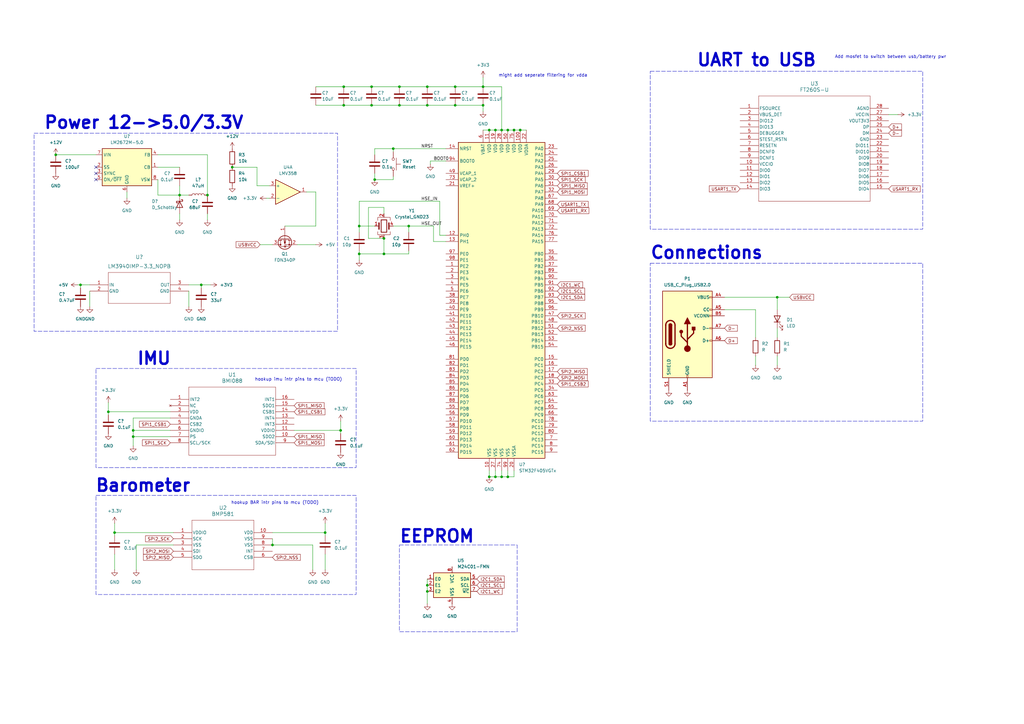
<source format=kicad_sch>
(kicad_sch (version 20231120) (generator "eeschema") (generator_version "8.0")
  (paper "A3")
  (lib_symbols
    (symbol "+3.3V_1" (power) (pin_numbers hide) (pin_names (offset 0) hide)
      (property "Value" "+3.3V" (at 0 3.556 0))
      (symbol "+3.3V_1_1_1"
        (pin power_in line (at 0 0 90) (length 0) (name "~") (number "1"))
      )
    )
    (symbol "+3.3V_2" (power) (pin_numbers hide) (pin_names (offset 0) hide)
      (property "Value" "+3.3V" (at 0 3.556 0))
      (symbol "+3.3V_2_1_1"
        (pin power_in line (at 0 0 90) (length 0) (name "~") (number "1"))
      )
    )
    (symbol "+3.3V_3" (power) (pin_numbers hide) (pin_names (offset 0) hide)
      (property "Value" "+3.3V" (at 0 3.556 0))
      (symbol "+3.3V_3_1_1"
        (pin power_in line (at 0 0 90) (length 0) (name "~") (number "1"))
      )
    )
    (symbol "+5V_1" (power) (pin_numbers hide) (pin_names (offset 0) hide)
      (property "Value" "+5V" (at 0 3.556 0))
      (symbol "+5V_1_1_1"
        (pin power_in line (at 0 0 90) (length 0) (name "~") (number "1"))
      )
    )
    (symbol "2024-07-02_00-57-41:LM3940IMP-3.3_NOPB" (pin_names (offset 0.254))
      (property "Reference" "U" (at 20.32 10.16 0))
      (property "Value" "LM3940IMP-3.3/NOPB" (at 20.32 7.62 0))
      (symbol "LM3940IMP-3.3_NOPB_0_1"
        (pin input line (at 0 0 0) (length 7.62) (name "IN") (number "1"))
        (pin passive line (at 0 -2.54 0) (length 7.62) (name "GND") (number "2"))
        (pin output line (at 40.64 0 180) (length 7.62) (name "OUT") (number "3"))
        (pin passive line (at 40.64 -2.54 180) (length 7.62) (name "GND") (number "4"))
      )
    )
    (symbol "2024-07-02_03-58-38:BMI088" (pin_names (offset 0.254))
      (property "Reference" "U" (at 25.4 10.16 0))
      (property "Value" "BMI088" (at 25.4 7.62 0))
      (symbol "BMI088_0_1"
        (pin bidirectional line (at 0 0 0) (length 7.62) (name "INT2") (number "1"))
        (pin bidirectional line (at 50.8 -15.24 180) (length 7.62) (name "SDO2") (number "10"))
        (pin power_in line (at 50.8 -12.7 180) (length 7.62) (name "VDDIO") (number "11"))
        (pin bidirectional line (at 50.8 -10.16 180) (length 7.62) (name "INT3") (number "12"))
        (pin bidirectional line (at 50.8 -7.62 180) (length 7.62) (name "INT4") (number "13"))
        (pin bidirectional line (at 50.8 -5.08 180) (length 7.62) (name "CSB1") (number "14"))
        (pin bidirectional line (at 50.8 -2.54 180) (length 7.62) (name "SDO1") (number "15"))
        (pin bidirectional line (at 50.8 0 180) (length 7.62) (name "INT1") (number "16"))
        (pin no_connect line (at 0 -2.54 0) (length 7.62) (name "NC") (number "2"))
        (pin power_in line (at 0 -5.08 0) (length 7.62) (name "VDD") (number "3"))
        (pin power_out line (at 0 -7.62 0) (length 7.62) (name "GNDA") (number "4"))
        (pin bidirectional line (at 0 -10.16 0) (length 7.62) (name "CSB2") (number "5"))
        (pin power_out line (at 0 -12.7 0) (length 7.62) (name "GNDIO") (number "6"))
        (pin unspecified line (at 0 -15.24 0) (length 7.62) (name "PS") (number "7"))
        (pin unspecified line (at 0 -17.78 0) (length 7.62) (name "SCL/SCK") (number "8"))
        (pin unspecified line (at 50.8 -17.78 180) (length 7.62) (name "SDA/SDI") (number "9"))
      )
    )
    (symbol "2024-07-02_16-23-39:BMP581" (pin_names (offset 0.254))
      (property "Reference" "U" (at 20.32 10.16 0))
      (property "Value" "BMP581" (at 20.32 7.62 0))
      (symbol "BMP581_0_1"
        (pin power_in line (at 0 0 0) (length 7.62) (name "VDDIO") (number "1"))
        (pin power_in line (at 40.64 0 180) (length 7.62) (name "VDD") (number "10"))
        (pin unspecified line (at 0 -2.54 0) (length 7.62) (name "SCK") (number "2"))
        (pin power_out line (at 0 -5.08 0) (length 7.62) (name "VSS") (number "3"))
        (pin unspecified line (at 0 -7.62 0) (length 7.62) (name "SDI") (number "4"))
        (pin unspecified line (at 0 -10.16 0) (length 7.62) (name "SDO") (number "5"))
        (pin unspecified line (at 40.64 -10.16 180) (length 7.62) (name "CSB") (number "6"))
        (pin input line (at 40.64 -7.62 180) (length 7.62) (name "INT") (number "7"))
        (pin power_out line (at 40.64 -5.08 180) (length 7.62) (name "VSS") (number "8"))
        (pin power_out line (at 40.64 -2.54 180) (length 7.62) (name "VSS") (number "9"))
      )
    )
    (symbol "2024-07-02_20-43-40:FT260S-U" (pin_names (offset 0.254))
      (property "Reference" "U" (at 30.48 10.16 0))
      (property "Value" "FT260S-U" (at 30.48 7.62 0))
      (symbol "FT260S-U_0_1"
        (pin power_in line (at 0 0 0) (length 7.62) (name "FSOURCE") (number "1"))
        (pin power_in line (at 0 -22.86 0) (length 7.62) (name "VCCIO") (number "10"))
        (pin bidirectional line (at 0 -25.4 0) (length 7.62) (name "DIO0") (number "11"))
        (pin bidirectional line (at 0 -27.94 0) (length 7.62) (name "DIO1") (number "12"))
        (pin bidirectional line (at 0 -30.48 0) (length 7.62) (name "DIO2") (number "13"))
        (pin bidirectional line (at 0 -33.02 0) (length 7.62) (name "DIO3") (number "14"))
        (pin bidirectional line (at 60.96 -33.02 180) (length 7.62) (name "DIO4") (number "15"))
        (pin bidirectional line (at 60.96 -30.48 180) (length 7.62) (name "DIO5") (number "16"))
        (pin bidirectional line (at 60.96 -27.94 180) (length 7.62) (name "DIO6") (number "17"))
        (pin bidirectional line (at 60.96 -25.4 180) (length 7.62) (name "DIO7") (number "18"))
        (pin bidirectional line (at 60.96 -22.86 180) (length 7.62) (name "DIO8") (number "19"))
        (pin input line (at 0 -2.54 0) (length 7.62) (name "VBUS_DET") (number "2"))
        (pin bidirectional line (at 60.96 -20.32 180) (length 7.62) (name "DIO9") (number "20"))
        (pin bidirectional line (at 60.96 -17.78 180) (length 7.62) (name "DIO10") (number "21"))
        (pin bidirectional line (at 60.96 -15.24 180) (length 7.62) (name "DIO11") (number "22"))
        (pin power_out line (at 60.96 -12.7 180) (length 7.62) (name "GND") (number "23"))
        (pin bidirectional line (at 60.96 -10.16 180) (length 7.62) (name "DM") (number "24"))
        (pin bidirectional line (at 60.96 -7.62 180) (length 7.62) (name "DP") (number "25"))
        (pin power_in line (at 60.96 -5.08 180) (length 7.62) (name "VOUT3V3") (number "26"))
        (pin power_in line (at 60.96 -2.54 180) (length 7.62) (name "VCCIN") (number "27"))
        (pin power_out line (at 60.96 0 180) (length 7.62) (name "AGND") (number "28"))
        (pin bidirectional line (at 0 -5.08 0) (length 7.62) (name "DIO12") (number "3"))
        (pin bidirectional line (at 0 -7.62 0) (length 7.62) (name "DIO13") (number "4"))
        (pin bidirectional line (at 0 -10.16 0) (length 7.62) (name "DEBUGGER") (number "5"))
        (pin input line (at 0 -12.7 0) (length 7.62) (name "STEST_RSTN") (number "6"))
        (pin input line (at 0 -15.24 0) (length 7.62) (name "RESETN") (number "7"))
        (pin input line (at 0 -17.78 0) (length 7.62) (name "DCNF0") (number "8"))
        (pin input line (at 0 -20.32 0) (length 7.62) (name "DCNF1") (number "9"))
      )
    )
    (symbol "Amplifier_Operational:LMV358" (pin_names (offset 0.127))
      (property "Reference" "U" (at 0 5.08 0))
      (property "Value" "LMV358" (at 0 -5.08 0))
      (symbol "LMV358_1_1"
        (pin output line (at 7.62 0 180) (length 2.54) (name "~") (number "1"))
        (pin input line (at -7.62 -2.54 0) (length 2.54) (name "-") (number "2"))
        (pin input line (at -7.62 2.54 0) (length 2.54) (name "+") (number "3"))
      )
      (symbol "LMV358_2_1"
        (pin input line (at -7.62 2.54 0) (length 2.54) (name "+") (number "5"))
        (pin input line (at -7.62 -2.54 0) (length 2.54) (name "-") (number "6"))
        (pin output line (at 7.62 0 180) (length 2.54) (name "~") (number "7"))
      )
      (symbol "LMV358_3_1"
        (pin power_in line (at -2.54 -7.62 90) (length 3.81) (name "V-") (number "4"))
        (pin power_in line (at -2.54 7.62 270) (length 3.81) (name "V+") (number "8"))
      )
    )
    (symbol "Connector:USB_C_Plug_USB2.0" (pin_names (offset 1.016))
      (property "Reference" "P" (at -10.16 19.05 0))
      (property "Value" "USB_C_Plug_USB2.0" (at 12.7 19.05 0))
      (symbol "USB_C_Plug_USB2.0_1_1"
        (pin passive line (at 0 -22.86 90) (length 5.08) (name "GND") (number "A1"))
        (pin passive line (at 0 -22.86 90) (length 5.08) hide (name "GND") (number "A12"))
        (pin passive line (at 15.24 15.24 180) (length 5.08) (name "VBUS") (number "A4"))
        (pin bidirectional line (at 15.24 10.16 180) (length 5.08) (name "CC") (number "A5"))
        (pin bidirectional line (at 15.24 -2.54 180) (length 5.08) (name "D+") (number "A6"))
        (pin bidirectional line (at 15.24 2.54 180) (length 5.08) (name "D-") (number "A7"))
        (pin passive line (at 15.24 15.24 180) (length 5.08) hide (name "VBUS") (number "A9"))
        (pin passive line (at 0 -22.86 90) (length 5.08) hide (name "GND") (number "B1"))
        (pin passive line (at 0 -22.86 90) (length 5.08) hide (name "GND") (number "B12"))
        (pin passive line (at 15.24 15.24 180) (length 5.08) hide (name "VBUS") (number "B4"))
        (pin bidirectional line (at 15.24 7.62 180) (length 5.08) (name "VCONN") (number "B5"))
        (pin passive line (at 15.24 15.24 180) (length 5.08) hide (name "VBUS") (number "B9"))
        (pin passive line (at -7.62 -22.86 90) (length 5.08) (name "SHIELD") (number "S1"))
      )
    )
    (symbol "Device:C" (pin_numbers hide) (pin_names (offset 0.254))
      (property "Reference" "C" (at 0.635 2.54 0))
      (property "Value" "C" (at 0.635 -2.54 0))
      (symbol "C_1_1"
        (pin passive line (at 0 3.81 270) (length 2.794) (name "~") (number "1"))
        (pin passive line (at 0 -3.81 90) (length 2.794) (name "~") (number "2"))
      )
    )
    (symbol "Device:Crystal_GND23" (pin_names (offset 1.016) hide)
      (property "Reference" "Y" (at 3.175 5.08 0))
      (property "Value" "Crystal_GND23" (at 3.175 3.175 0))
      (symbol "Crystal_GND23_1_1"
        (pin passive line (at -3.81 0 0) (length 1.27) (name "1") (number "1"))
        (pin passive line (at 0 5.08 270) (length 1.27) (name "2") (number "2"))
        (pin passive line (at 0 -5.08 90) (length 1.27) (name "3") (number "3"))
        (pin passive line (at 3.81 0 180) (length 1.27) (name "4") (number "4"))
      )
    )
    (symbol "Device:D_Schottky" (pin_numbers hide) (pin_names (offset 1.016) hide)
      (property "Reference" "D" (at 0 2.54 0))
      (property "Value" "D_Schottky" (at 0 -2.54 0))
      (symbol "D_Schottky_1_1"
        (pin passive line (at -3.81 0 0) (length 2.54) (name "K") (number "1"))
        (pin passive line (at 3.81 0 180) (length 2.54) (name "A") (number "2"))
      )
    )
    (symbol "Device:L" (pin_numbers hide) (pin_names (offset 1.016) hide)
      (property "Reference" "L" (at -1.27 0 90))
      (property "Value" "L" (at 1.905 0 90))
      (symbol "L_1_1"
        (pin passive line (at 0 3.81 270) (length 1.27) (name "1") (number "1"))
        (pin passive line (at 0 -3.81 90) (length 1.27) (name "2") (number "2"))
      )
    )
    (symbol "Device:LED" (pin_numbers hide) (pin_names (offset 1.016) hide)
      (property "Reference" "D" (at 0 2.54 0))
      (property "Value" "LED" (at 0 -2.54 0))
      (symbol "LED_1_1"
        (pin passive line (at -3.81 0 0) (length 2.54) (name "K") (number "1"))
        (pin passive line (at 3.81 0 180) (length 2.54) (name "A") (number "2"))
      )
    )
    (symbol "Device:R" (pin_numbers hide) (pin_names (offset 0))
      (property "Reference" "R" (at 2.032 0 90))
      (property "Value" "R" (at 0 0 90))
      (symbol "R_1_1"
        (pin passive line (at 0 3.81 270) (length 1.27) (name "~") (number "1"))
        (pin passive line (at 0 -3.81 90) (length 1.27) (name "~") (number "2"))
      )
    )
    (symbol "GND_1" (power) (pin_numbers hide) (pin_names (offset 0) hide)
      (property "Value" "GND" (at 0 -3.81 0))
      (symbol "GND_1_1_1"
        (pin power_in line (at 0 0 270) (length 0) (name "~") (number "1"))
      )
    )
    (symbol "GND_2" (power) (pin_numbers hide) (pin_names (offset 0) hide)
      (property "Value" "GND" (at 0 -3.81 0))
      (symbol "GND_2_1_1"
        (pin power_in line (at 0 0 270) (length 0) (name "~") (number "1"))
      )
    )
    (symbol "GND_3" (power) (pin_numbers hide) (pin_names (offset 0) hide)
      (property "Value" "GND" (at 0 -3.81 0))
      (symbol "GND_3_1_1"
        (pin power_in line (at 0 0 270) (length 0) (name "~") (number "1"))
      )
    )
    (symbol "GND_4" (power) (pin_numbers hide) (pin_names (offset 0) hide)
      (property "Value" "GND" (at 0 -3.81 0))
      (symbol "GND_4_1_1"
        (pin power_in line (at 0 0 270) (length 0) (name "~") (number "1"))
      )
    )
    (symbol "GND_5" (power) (pin_numbers hide) (pin_names (offset 0) hide)
      (property "Value" "GND" (at 0 -3.81 0))
      (symbol "GND_5_1_1"
        (pin power_in line (at 0 0 270) (length 0) (name "~") (number "1"))
      )
    )
    (symbol "GND_6" (power) (pin_numbers hide) (pin_names (offset 0) hide)
      (property "Value" "GND" (at 0 -3.81 0))
      (symbol "GND_6_1_1"
        (pin power_in line (at 0 0 270) (length 0) (name "~") (number "1"))
      )
    )
    (symbol "MCU_ST_STM32F4:STM32F405VGTx"
      (property "Reference" "U" (at -17.78 64.77 0))
      (property "Value" "STM32F405VGTx" (at 12.7 64.77 0))
      (symbol "STM32F405VGTx_1_1"
        (pin bidirectional line (at -22.86 12.7 0) (length 5.08) (name "PE2") (number "1"))
        (pin power_in line (at -5.08 -71.12 90) (length 5.08) (name "VSS") (number "10"))
        (pin power_in line (at 7.62 68.58 270) (length 5.08) (name "VDD") (number "100"))
        (pin power_in line (at -5.08 68.58 270) (length 5.08) (name "VDD") (number "11"))
        (pin input line (at -22.86 25.4 0) (length 5.08) (name "PH0") (number "12"))
        (pin input line (at -22.86 22.86 0) (length 5.08) (name "PH1") (number "13"))
        (pin input line (at -22.86 60.96 0) (length 5.08) (name "NRST") (number "14"))
        (pin bidirectional line (at 22.86 -25.4 180) (length 5.08) (name "PC0") (number "15"))
        (pin bidirectional line (at 22.86 -27.94 180) (length 5.08) (name "PC1") (number "16"))
        (pin bidirectional line (at 22.86 -30.48 180) (length 5.08) (name "PC2") (number "17"))
        (pin bidirectional line (at 22.86 -33.02 180) (length 5.08) (name "PC3") (number "18"))
        (pin power_in line (at -2.54 68.58 270) (length 5.08) (name "VDD") (number "19"))
        (pin bidirectional line (at -22.86 10.16 0) (length 5.08) (name "PE3") (number "2"))
        (pin power_in line (at 5.08 -71.12 90) (length 5.08) (name "VSSA") (number "20"))
        (pin power_in line (at -22.86 45.72 0) (length 5.08) (name "VREF+") (number "21"))
        (pin power_in line (at 10.16 68.58 270) (length 5.08) (name "VDDA") (number "22"))
        (pin bidirectional line (at 22.86 60.96 180) (length 5.08) (name "PA0") (number "23"))
        (pin bidirectional line (at 22.86 58.42 180) (length 5.08) (name "PA1") (number "24"))
        (pin bidirectional line (at 22.86 55.88 180) (length 5.08) (name "PA2") (number "25"))
        (pin bidirectional line (at 22.86 53.34 180) (length 5.08) (name "PA3") (number "26"))
        (pin power_in line (at -2.54 -71.12 90) (length 5.08) (name "VSS") (number "27"))
        (pin power_in line (at 0 68.58 270) (length 5.08) (name "VDD") (number "28"))
        (pin bidirectional line (at 22.86 50.8 180) (length 5.08) (name "PA4") (number "29"))
        (pin bidirectional line (at -22.86 7.62 0) (length 5.08) (name "PE4") (number "3"))
        (pin bidirectional line (at 22.86 48.26 180) (length 5.08) (name "PA5") (number "30"))
        (pin bidirectional line (at 22.86 45.72 180) (length 5.08) (name "PA6") (number "31"))
        (pin bidirectional line (at 22.86 43.18 180) (length 5.08) (name "PA7") (number "32"))
        (pin bidirectional line (at 22.86 -35.56 180) (length 5.08) (name "PC4") (number "33"))
        (pin bidirectional line (at 22.86 -38.1 180) (length 5.08) (name "PC5") (number "34"))
        (pin bidirectional line (at 22.86 17.78 180) (length 5.08) (name "PB0") (number "35"))
        (pin bidirectional line (at 22.86 15.24 180) (length 5.08) (name "PB1") (number "36"))
        (pin bidirectional line (at 22.86 12.7 180) (length 5.08) (name "PB2") (number "37"))
        (pin bidirectional line (at -22.86 0 0) (length 5.08) (name "PE7") (number "38"))
        (pin bidirectional line (at -22.86 -2.54 0) (length 5.08) (name "PE8") (number "39"))
        (pin bidirectional line (at -22.86 5.08 0) (length 5.08) (name "PE5") (number "4"))
        (pin bidirectional line (at -22.86 -5.08 0) (length 5.08) (name "PE9") (number "40"))
        (pin bidirectional line (at -22.86 -7.62 0) (length 5.08) (name "PE10") (number "41"))
        (pin bidirectional line (at -22.86 -10.16 0) (length 5.08) (name "PE11") (number "42"))
        (pin bidirectional line (at -22.86 -12.7 0) (length 5.08) (name "PE12") (number "43"))
        (pin bidirectional line (at -22.86 -15.24 0) (length 5.08) (name "PE13") (number "44"))
        (pin bidirectional line (at -22.86 -17.78 0) (length 5.08) (name "PE14") (number "45"))
        (pin bidirectional line (at -22.86 -20.32 0) (length 5.08) (name "PE15") (number "46"))
        (pin bidirectional line (at 22.86 -7.62 180) (length 5.08) (name "PB10") (number "47"))
        (pin bidirectional line (at 22.86 -10.16 180) (length 5.08) (name "PB11") (number "48"))
        (pin power_in line (at -22.86 50.8 0) (length 5.08) (name "VCAP_1") (number "49"))
        (pin bidirectional line (at -22.86 2.54 0) (length 5.08) (name "PE6") (number "5"))
        (pin power_in line (at 2.54 68.58 270) (length 5.08) (name "VDD") (number "50"))
        (pin bidirectional line (at 22.86 -12.7 180) (length 5.08) (name "PB12") (number "51"))
        (pin bidirectional line (at 22.86 -15.24 180) (length 5.08) (name "PB13") (number "52"))
        (pin bidirectional line (at 22.86 -17.78 180) (length 5.08) (name "PB14") (number "53"))
        (pin bidirectional line (at 22.86 -20.32 180) (length 5.08) (name "PB15") (number "54"))
        (pin bidirectional line (at -22.86 -45.72 0) (length 5.08) (name "PD8") (number "55"))
        (pin bidirectional line (at -22.86 -48.26 0) (length 5.08) (name "PD9") (number "56"))
        (pin bidirectional line (at -22.86 -50.8 0) (length 5.08) (name "PD10") (number "57"))
        (pin bidirectional line (at -22.86 -53.34 0) (length 5.08) (name "PD11") (number "58"))
        (pin bidirectional line (at -22.86 -55.88 0) (length 5.08) (name "PD12") (number "59"))
        (pin power_in line (at -7.62 68.58 270) (length 5.08) (name "VBAT") (number "6"))
        (pin bidirectional line (at -22.86 -58.42 0) (length 5.08) (name "PD13") (number "60"))
        (pin bidirectional line (at -22.86 -60.96 0) (length 5.08) (name "PD14") (number "61"))
        (pin bidirectional line (at -22.86 -63.5 0) (length 5.08) (name "PD15") (number "62"))
        (pin bidirectional line (at 22.86 -40.64 180) (length 5.08) (name "PC6") (number "63"))
        (pin bidirectional line (at 22.86 -43.18 180) (length 5.08) (name "PC7") (number "64"))
        (pin bidirectional line (at 22.86 -45.72 180) (length 5.08) (name "PC8") (number "65"))
        (pin bidirectional line (at 22.86 -48.26 180) (length 5.08) (name "PC9") (number "66"))
        (pin bidirectional line (at 22.86 40.64 180) (length 5.08) (name "PA8") (number "67"))
        (pin bidirectional line (at 22.86 38.1 180) (length 5.08) (name "PA9") (number "68"))
        (pin bidirectional line (at 22.86 35.56 180) (length 5.08) (name "PA10") (number "69"))
        (pin bidirectional line (at 22.86 -58.42 180) (length 5.08) (name "PC13") (number "7"))
        (pin bidirectional line (at 22.86 33.02 180) (length 5.08) (name "PA11") (number "70"))
        (pin bidirectional line (at 22.86 30.48 180) (length 5.08) (name "PA12") (number "71"))
        (pin bidirectional line (at 22.86 27.94 180) (length 5.08) (name "PA13") (number "72"))
        (pin power_in line (at -22.86 48.26 0) (length 5.08) (name "VCAP_2") (number "73"))
        (pin power_in line (at 0 -71.12 90) (length 5.08) (name "VSS") (number "74"))
        (pin power_in line (at 5.08 68.58 270) (length 5.08) (name "VDD") (number "75"))
        (pin bidirectional line (at 22.86 25.4 180) (length 5.08) (name "PA14") (number "76"))
        (pin bidirectional line (at 22.86 22.86 180) (length 5.08) (name "PA15") (number "77"))
        (pin bidirectional line (at 22.86 -50.8 180) (length 5.08) (name "PC10") (number "78"))
        (pin bidirectional line (at 22.86 -53.34 180) (length 5.08) (name "PC11") (number "79"))
        (pin bidirectional line (at 22.86 -60.96 180) (length 5.08) (name "PC14") (number "8"))
        (pin bidirectional line (at 22.86 -55.88 180) (length 5.08) (name "PC12") (number "80"))
        (pin bidirectional line (at -22.86 -25.4 0) (length 5.08) (name "PD0") (number "81"))
        (pin bidirectional line (at -22.86 -27.94 0) (length 5.08) (name "PD1") (number "82"))
        (pin bidirectional line (at -22.86 -30.48 0) (length 5.08) (name "PD2") (number "83"))
        (pin bidirectional line (at -22.86 -33.02 0) (length 5.08) (name "PD3") (number "84"))
        (pin bidirectional line (at -22.86 -35.56 0) (length 5.08) (name "PD4") (number "85"))
        (pin bidirectional line (at -22.86 -38.1 0) (length 5.08) (name "PD5") (number "86"))
        (pin bidirectional line (at -22.86 -40.64 0) (length 5.08) (name "PD6") (number "87"))
        (pin bidirectional line (at -22.86 -43.18 0) (length 5.08) (name "PD7") (number "88"))
        (pin bidirectional line (at 22.86 10.16 180) (length 5.08) (name "PB3") (number "89"))
        (pin bidirectional line (at 22.86 -63.5 180) (length 5.08) (name "PC15") (number "9"))
        (pin bidirectional line (at 22.86 7.62 180) (length 5.08) (name "PB4") (number "90"))
        (pin bidirectional line (at 22.86 5.08 180) (length 5.08) (name "PB5") (number "91"))
        (pin bidirectional line (at 22.86 2.54 180) (length 5.08) (name "PB6") (number "92"))
        (pin bidirectional line (at 22.86 0 180) (length 5.08) (name "PB7") (number "93"))
        (pin input line (at -22.86 55.88 0) (length 5.08) (name "BOOT0") (number "94"))
        (pin bidirectional line (at 22.86 -2.54 180) (length 5.08) (name "PB8") (number "95"))
        (pin bidirectional line (at 22.86 -5.08 180) (length 5.08) (name "PB9") (number "96"))
        (pin bidirectional line (at -22.86 17.78 0) (length 5.08) (name "PE0") (number "97"))
        (pin bidirectional line (at -22.86 15.24 0) (length 5.08) (name "PE1") (number "98"))
        (pin power_in line (at 2.54 -71.12 90) (length 5.08) (name "VSS") (number "99"))
      )
    )
    (symbol "Memory_EEPROM:M24C01-FMN"
      (property "Reference" "U" (at -6.35 6.35 0))
      (property "Value" "M24C01-FMN" (at 7.62 6.35 0))
      (symbol "M24C01-FMN_1_1"
        (pin input line (at -10.16 2.54 0) (length 2.54) (name "E0") (number "1"))
        (pin input line (at -10.16 0 0) (length 2.54) (name "E1") (number "2"))
        (pin input line (at -10.16 -2.54 0) (length 2.54) (name "E2") (number "3"))
        (pin power_in line (at 0 -7.62 90) (length 2.54) (name "VSS") (number "4"))
        (pin bidirectional line (at 10.16 2.54 180) (length 2.54) (name "SDA") (number "5"))
        (pin input line (at 10.16 0 180) (length 2.54) (name "SCL") (number "6"))
        (pin input line (at 10.16 -2.54 180) (length 2.54) (name "~{WC}") (number "7"))
        (pin power_in line (at 0 7.62 270) (length 2.54) (name "VCC") (number "8"))
      )
    )
    (symbol "Regulator_Switching:LM2672M-5.0"
      (property "Reference" "U" (at -10.16 8.89 0))
      (property "Value" "LM2672M-5.0" (at 0 8.89 0))
      (symbol "LM2672M-5.0_1_1"
        (pin input line (at 12.7 0 180) (length 2.54) (name "CB") (number "1"))
        (pin input line (at -12.7 0 0) (length 2.54) (name "SS") (number "2"))
        (pin input line (at -12.7 -2.54 0) (length 2.54) (name "SYNC") (number "3"))
        (pin input line (at 12.7 5.08 180) (length 2.54) (name "FB") (number "4"))
        (pin input line (at -12.7 -5.08 0) (length 2.54) (name "ON/~{OFF}") (number "5"))
        (pin power_in line (at 0 -10.16 90) (length 2.54) (name "GND") (number "6"))
        (pin power_in line (at -12.7 5.08 0) (length 2.54) (name "VIN") (number "7"))
        (pin output line (at 12.7 -5.08 180) (length 2.54) (name "VSW") (number "8"))
      )
    )
    (symbol "Switch:SW_Push" (pin_numbers hide) (pin_names (offset 1.016) hide)
      (property "Reference" "SW" (at 1.27 2.54 0))
      (property "Value" "SW_Push" (at 0 -1.524 0))
      (symbol "SW_Push_0_1"
        (pin passive line (at -5.08 0 0) (length 2.54) (name "1") (number "1"))
        (pin passive line (at 5.08 0 180) (length 2.54) (name "2") (number "2"))
      )
    )
    (symbol "Transistor_FET:FDN340P" (pin_names hide)
      (property "Reference" "Q" (at 5.08 1.905 0))
      (property "Value" "FDN340P" (at 5.08 0 0))
      (symbol "FDN340P_1_1"
        (pin input line (at -5.08 0 0) (length 2.54) (name "G") (number "1"))
        (pin passive line (at 2.54 -5.08 90) (length 2.54) (name "S") (number "2"))
        (pin passive line (at 2.54 5.08 270) (length 2.54) (name "D") (number "3"))
      )
    )
    (symbol "power:+12V" (power) (pin_names (offset 0))
      (property "Value" "+12V" (at 0 3.556 0))
      (symbol "+12V_1_1"
        (pin power_in line (at 0 0 90) (length 0) hide (name "+12V") (number "1"))
      )
    )
    (symbol "power:+3.3V" (power) (pin_names (offset 0))
      (property "Value" "+3.3V" (at 0 3.556 0))
      (symbol "+3.3V_1_1"
        (pin power_in line (at 0 0 90) (length 0) hide (name "+3V3") (number "1"))
      )
    )
    (symbol "power:+5V" (power) (pin_names (offset 0))
      (property "Value" "+5V" (at 0 3.556 0))
      (symbol "+5V_1_1"
        (pin power_in line (at 0 0 90) (length 0) hide (name "+5V") (number "1"))
      )
    )
    (symbol "power:GND" (power) (pin_names (offset 0))
      (property "Value" "GND" (at 0 -3.81 0))
      (symbol "GND_1_1"
        (pin power_in line (at 0 0 270) (length 0) hide (name "GND") (number "1"))
      )
    )
  )
  (junction (at 208.28 53.34))
  (junction (at 198.12 43.18))
  (junction (at 133.35 218.44))
  (junction (at 140.97 43.18))
  (junction (at 152.4 35.56))
  (junction (at 54.61 179.07))
  (junction (at 163.83 43.18))
  (junction (at 175.26 240.03))
  (junction (at 85.09 80.01))
  (junction (at 203.2 53.34))
  (junction (at 139.7 176.53))
  (junction (at 205.74 195.58))
  (junction (at 152.4 43.18))
  (junction (at 208.28 195.58))
  (junction (at 33.02 116.84))
  (junction (at 186.69 35.56))
  (junction (at 175.26 242.57))
  (junction (at 198.12 35.56))
  (junction (at 140.97 35.56))
  (junction (at 157.48 97.79))
  (junction (at 200.66 53.34))
  (junction (at 147.32 104.14))
  (junction (at 111.76 223.52))
  (junction (at 95.25 68.58))
  (junction (at 22.86 63.5))
  (junction (at 73.66 80.01))
  (junction (at 175.26 35.56))
  (junction (at 186.69 43.18))
  (junction (at 200.66 195.58))
  (junction (at 205.74 53.34))
  (junction (at 213.36 53.34))
  (junction (at 161.29 60.96))
  (junction (at 147.32 92.71))
  (junction (at 82.55 116.84))
  (junction (at 46.99 218.44))
  (junction (at 318.77 121.92))
  (junction (at 54.61 176.53))
  (junction (at 203.2 195.58))
  (junction (at 163.83 35.56))
  (junction (at 167.64 92.71))
  (junction (at 157.48 104.14))
  (junction (at 44.45 168.91))
  (junction (at 210.82 53.34))
  (junction (at 175.26 43.18))
  (junction (at 153.67 73.66))
  (no_connect (at 39.37 68.58))
  (no_connect (at 39.37 71.12))
  (no_connect (at 39.37 73.66))
  (wire (pts (xy 182.88 66.04) (xy 176.53 66.04)))
  (wire (pts (xy 85.09 63.5) (xy 85.09 80.01)))
  (wire (pts (xy 44.45 165.1) (xy 44.45 168.91)))
  (wire (pts (xy 120.65 176.53) (xy 139.7 176.53)))
  (wire (pts (xy 64.77 80.01) (xy 73.66 80.01)))
  (wire (pts (xy 175.26 43.18) (xy 186.69 43.18)))
  (wire (pts (xy 153.67 71.12) (xy 153.67 73.66)))
  (wire (pts (xy 73.66 87.63) (xy 73.66 90.17)))
  (wire (pts (xy 205.74 193.04) (xy 205.74 195.58)))
  (wire (pts (xy 205.74 35.56) (xy 198.12 35.56)))
  (wire (pts (xy 147.32 95.25) (xy 147.32 92.71)))
  (wire (pts (xy 77.47 119.38) (xy 77.47 125.73)))
  (wire (pts (xy 208.28 193.04) (xy 208.28 195.58)))
  (wire (pts (xy 198.12 31.75) (xy 198.12 35.56)))
  (wire (pts (xy 198.12 53.34) (xy 200.66 53.34)))
  (wire (pts (xy 36.83 119.38) (xy 36.83 125.73)))
  (wire (pts (xy 55.88 223.52) (xy 71.12 223.52)))
  (wire (pts (xy 208.28 53.34) (xy 210.82 53.34)))
  (wire (pts (xy 147.32 104.14) (xy 147.32 106.68)))
  (wire (pts (xy 64.77 80.01) (xy 64.77 73.66)))
  (wire (pts (xy 318.77 134.62) (xy 318.77 138.43)))
  (wire (pts (xy 46.99 214.63) (xy 46.99 218.44)))
  (wire (pts (xy 208.28 195.58) (xy 205.74 195.58)))
  (wire (pts (xy 33.02 116.84) (xy 36.83 116.84)))
  (wire (pts (xy 64.77 63.5) (xy 85.09 63.5)))
  (wire (pts (xy 210.82 53.34) (xy 213.36 53.34)))
  (wire (pts (xy 205.74 35.56) (xy 205.74 53.34)))
  (wire (pts (xy 128.27 223.52) (xy 111.76 223.52)))
  (wire (pts (xy 318.77 121.92) (xy 297.18 121.92)))
  (wire (pts (xy 105.41 76.2) (xy 110.49 76.2)))
  (wire (pts (xy 147.32 102.87) (xy 147.32 104.14)))
  (wire (pts (xy 157.48 104.14) (xy 167.64 104.14)))
  (wire (pts (xy 147.32 92.71) (xy 147.32 82.55)))
  (wire (pts (xy 198.12 43.18) (xy 198.12 45.72)))
  (wire (pts (xy 203.2 195.58) (xy 200.66 195.58)))
  (wire (pts (xy 153.67 63.5) (xy 153.67 60.96)))
  (wire (pts (xy 55.88 233.68) (xy 55.88 223.52)))
  (wire (pts (xy 205.74 195.58) (xy 203.2 195.58)))
  (wire (pts (xy 152.4 35.56) (xy 163.83 35.56)))
  (wire (pts (xy 177.8 99.06) (xy 182.88 99.06)))
  (wire (pts (xy 69.85 176.53) (xy 54.61 176.53)))
  (wire (pts (xy 309.88 127) (xy 297.18 127)))
  (wire (pts (xy 54.61 171.45) (xy 54.61 176.53)))
  (wire (pts (xy 46.99 233.68) (xy 46.99 227.33)))
  (wire (pts (xy 318.77 146.05) (xy 318.77 149.86)))
  (wire (pts (xy 309.88 138.43) (xy 309.88 127)))
  (wire (pts (xy 167.64 92.71) (xy 177.8 92.71)))
  (wire (pts (xy 203.2 193.04) (xy 203.2 195.58)))
  (wire (pts (xy 129.54 92.71) (xy 116.84 92.71)))
  (wire (pts (xy 175.26 240.03) (xy 175.26 242.57)))
  (wire (pts (xy 167.64 92.71) (xy 167.64 95.25)))
  (wire (pts (xy 105.41 76.2) (xy 105.41 68.58)))
  (wire (pts (xy 82.55 118.11) (xy 82.55 116.84)))
  (wire (pts (xy 151.13 85.09) (xy 151.13 97.79)))
  (wire (pts (xy 163.83 43.18) (xy 175.26 43.18)))
  (wire (pts (xy 176.53 66.04) (xy 176.53 67.31)))
  (wire (pts (xy 111.76 218.44) (xy 133.35 218.44)))
  (wire (pts (xy 140.97 43.18) (xy 152.4 43.18)))
  (wire (pts (xy 109.22 81.28) (xy 110.49 81.28)))
  (wire (pts (xy 147.32 82.55) (xy 180.34 82.55)))
  (wire (pts (xy 52.07 78.74) (xy 52.07 81.28)))
  (wire (pts (xy 177.8 92.71) (xy 177.8 99.06)))
  (wire (pts (xy 161.29 60.96) (xy 182.88 60.96)))
  (wire (pts (xy 128.27 233.68) (xy 128.27 223.52)))
  (wire (pts (xy 139.7 172.72) (xy 139.7 176.53)))
  (wire (pts (xy 364.49 46.99) (xy 368.3 46.99)))
  (wire (pts (xy 46.99 218.44) (xy 46.99 219.71)))
  (wire (pts (xy 175.26 242.57) (xy 175.26 247.65)))
  (wire (pts (xy 153.67 73.66) (xy 161.29 73.66)))
  (wire (pts (xy 309.88 146.05) (xy 309.88 149.86)))
  (wire (pts (xy 82.55 116.84) (xy 77.47 116.84)))
  (wire (pts (xy 175.26 35.56) (xy 186.69 35.56)))
  (wire (pts (xy 73.66 80.01) (xy 73.66 76.2)))
  (wire (pts (xy 213.36 53.34) (xy 215.9 53.34)))
  (wire (pts (xy 54.61 179.07) (xy 54.61 182.88)))
  (wire (pts (xy 318.77 121.92) (xy 318.77 127)))
  (wire (pts (xy 323.85 121.92) (xy 318.77 121.92)))
  (wire (pts (xy 163.83 35.56) (xy 175.26 35.56)))
  (wire (pts (xy 147.32 92.71) (xy 153.67 92.71)))
  (wire (pts (xy 186.69 35.56) (xy 198.12 35.56)))
  (wire (pts (xy 125.73 78.74) (xy 129.54 78.74)))
  (wire (pts (xy 157.48 85.09) (xy 151.13 85.09)))
  (wire (pts (xy 200.66 193.04) (xy 200.66 195.58)))
  (wire (pts (xy 210.82 195.58) (xy 208.28 195.58)))
  (wire (pts (xy 157.48 87.63) (xy 157.48 85.09)))
  (wire (pts (xy 175.26 237.49) (xy 175.26 240.03)))
  (wire (pts (xy 200.66 53.34) (xy 203.2 53.34)))
  (wire (pts (xy 180.34 82.55) (xy 180.34 96.52)))
  (wire (pts (xy 69.85 179.07) (xy 54.61 179.07)))
  (wire (pts (xy 46.99 218.44) (xy 71.12 218.44)))
  (wire (pts (xy 161.29 92.71) (xy 167.64 92.71)))
  (wire (pts (xy 153.67 60.96) (xy 161.29 60.96)))
  (wire (pts (xy 186.69 43.18) (xy 198.12 43.18)))
  (wire (pts (xy 129.54 78.74) (xy 129.54 92.71)))
  (wire (pts (xy 161.29 73.66) (xy 161.29 72.39)))
  (wire (pts (xy 85.09 87.63) (xy 85.09 90.17)))
  (wire (pts (xy 203.2 53.34) (xy 205.74 53.34)))
  (wire (pts (xy 139.7 176.53) (xy 139.7 177.8)))
  (wire (pts (xy 133.35 214.63) (xy 133.35 218.44)))
  (wire (pts (xy 161.29 60.96) (xy 161.29 62.23)))
  (wire (pts (xy 105.41 68.58) (xy 95.25 68.58)))
  (wire (pts (xy 151.13 97.79) (xy 157.48 97.79)))
  (wire (pts (xy 82.55 116.84) (xy 86.36 116.84)))
  (wire (pts (xy 121.92 100.33) (xy 129.54 100.33)))
  (wire (pts (xy 31.75 116.84) (xy 33.02 116.84)))
  (wire (pts (xy 167.64 104.14) (xy 167.64 102.87)))
  (wire (pts (xy 147.32 104.14) (xy 157.48 104.14)))
  (wire (pts (xy 133.35 218.44) (xy 133.35 219.71)))
  (wire (pts (xy 129.54 43.18) (xy 140.97 43.18)))
  (wire (pts (xy 73.66 80.01) (xy 77.47 80.01)))
  (wire (pts (xy 140.97 35.56) (xy 152.4 35.56)))
  (wire (pts (xy 180.34 96.52) (xy 182.88 96.52)))
  (wire (pts (xy 129.54 35.56) (xy 140.97 35.56)))
  (wire (pts (xy 64.77 68.58) (xy 73.66 68.58)))
  (wire (pts (xy 133.35 233.68) (xy 133.35 227.33)))
  (wire (pts (xy 111.76 220.98) (xy 111.76 223.52)))
  (wire (pts (xy 106.68 100.33) (xy 111.76 100.33)))
  (wire (pts (xy 157.48 97.79) (xy 157.48 104.14)))
  (wire (pts (xy 205.74 53.34) (xy 208.28 53.34)))
  (wire (pts (xy 44.45 168.91) (xy 69.85 168.91)))
  (wire (pts (xy 44.45 168.91) (xy 44.45 170.18)))
  (wire (pts (xy 33.02 116.84) (xy 33.02 118.11)))
  (wire (pts (xy 152.4 43.18) (xy 163.83 43.18)))
  (wire (pts (xy 22.86 63.5) (xy 39.37 63.5)))
  (wire (pts (xy 210.82 193.04) (xy 210.82 195.58)))
  (wire (pts (xy 69.85 171.45) (xy 54.61 171.45)))
  (wire (pts (xy 54.61 176.53) (xy 54.61 179.07)))
  (rectangle (start 163.83 223.52) (end 212.09 259.08) (stroke (width 0) (type dash)))
  (rectangle (start 13.97 54.61) (end 138.43 135.89) (stroke (width 0) (type dash)))
  (rectangle (start 39.37 151.13) (end 146.05 191.77) (stroke (width 0) (type dash)))
  (rectangle (start 39.37 203.2) (end 146.05 243.84) (stroke (width 0) (type dash)))
  (rectangle (start 266.7 107.95) (end 378.46 172.72) (stroke (width 0) (type dash)))
  (rectangle (start 266.7 29.21) (end 378.46 93.98) (stroke (width 0) (type dash)))
  (text "EEPROM\n" (at 163.576 223.012 0) (effects (font (size 5 5) (bold yes)) (justify left bottom)))
  (text "Connections\n" (at 266.446 106.68 0) (effects (font (size 5 5) (bold yes)) (justify left bottom)))
  (text "UART to USB\n" (at 285.496 27.686 0) (effects (font (size 5 5) (bold yes)) (justify left bottom)))
  (text "hookup BAR intr pins to mcu (TODO)\n" (at 112.776 206.248 0) (effects (font (size 1.27 1.27))))
  (text "Barometer\n" (at 38.862 202.184 0) (effects (font (size 5 5) (bold yes)) (justify left bottom)))
  (text "hookup imu intr pins to mcu (TODO)\n" (at 122.428 155.702 0) (effects (font (size 1.27 1.27))))
  (text "might add seperate filtering for vdda\n" (at 204.47 31.75 0) (effects (font (size 1.27 1.27)) (justify left bottom)))
  (text "Add mosfet to switch between usb/battery pwr" (at 365.252 23.368 0) (effects (font (size 1.27 1.27))))
  (text "Power 12->5.0/3.3V" (at 17.78 53.34 0) (effects (font (size 5 5) (bold yes)) (justify left bottom)))
  (text "IMU\n" (at 55.88 150.114 0) (effects (font (size 5 5) (bold yes)) (justify left bottom)))
  (label "BOOT0" (at 177.8 66.04 0))
  (label "HSE_IN" (at 172.72 82.55 0))
  (label "NRST" (at 172.72 60.96 0))
  (label "HSE_OUT" (at 172.72 92.71 0))
  (global_label "D+" (shape input) (at 297.18 139.7 0) (property "Intersheetrefs" "${INTERSHEET_REFS}" (effects (hide yes))))
  (global_label "SPI1_CSB1" (shape input) (at 120.65 168.91 0) (property "Intersheetrefs" "${INTERSHEET_REFS}" (effects (hide yes))))
  (global_label "SPI2_MISO" (shape input) (at 71.12 228.6 180) (property "Intersheetrefs" "${INTERSHEET_REFS}" (effects (hide yes))))
  (global_label "USART1_TX" (shape input) (at 303.53 77.47 180) (property "Intersheetrefs" "${INTERSHEET_REFS}" (effects (hide yes))))
  (global_label "USART1_RX" (shape input) (at 364.49 77.47 0) (property "Intersheetrefs" "${INTERSHEET_REFS}" (effects (hide yes))))
  (global_label "SPI1_MISO" (shape input) (at 120.65 166.37 0) (property "Intersheetrefs" "${INTERSHEET_REFS}" (effects (hide yes))))
  (global_label "I2C1_WC" (shape input) (at 228.6 116.84 0) (property "Intersheetrefs" "${INTERSHEET_REFS}" (effects (hide yes))))
  (global_label "SPI2_MOSI" (shape input) (at 71.12 226.06 180) (property "Intersheetrefs" "${INTERSHEET_REFS}" (effects (hide yes))))
  (global_label "SPI1_MISO" (shape input) (at 228.6 76.2 0) (property "Intersheetrefs" "${INTERSHEET_REFS}" (effects (hide yes))))
  (global_label "USBVCC" (shape input) (at 106.68 100.33 180) (property "Intersheetrefs" "${INTERSHEET_REFS}" (effects (hide yes))))
  (global_label "SPI1_MOSI" (shape input) (at 120.65 181.61 0) (property "Intersheetrefs" "${INTERSHEET_REFS}" (effects (hide yes))))
  (global_label "SPI2_MISO" (shape input) (at 228.6 152.4 0) (property "Intersheetrefs" "${INTERSHEET_REFS}" (effects (hide yes))))
  (global_label "I2C1_SCL" (shape input) (at 195.58 240.03 0) (property "Intersheetrefs" "${INTERSHEET_REFS}" (effects (hide yes))))
  (global_label "USART1_RX" (shape input) (at 228.6 86.36 0) (property "Intersheetrefs" "${INTERSHEET_REFS}" (effects (hide yes))))
  (global_label "I2C1_SCL" (shape input) (at 228.6 119.38 0) (property "Intersheetrefs" "${INTERSHEET_REFS}" (effects (hide yes))))
  (global_label "USART1_TX" (shape input) (at 228.6 83.82 0) (property "Intersheetrefs" "${INTERSHEET_REFS}" (effects (hide yes))))
  (global_label "SPI1_SCK" (shape input) (at 228.6 73.66 0) (property "Intersheetrefs" "${INTERSHEET_REFS}" (effects (hide yes))))
  (global_label "D-" (shape input) (at 297.18 134.62 0) (property "Intersheetrefs" "${INTERSHEET_REFS}" (effects (hide yes))))
  (global_label "SPI2_NSS" (shape input) (at 228.6 134.62 0) (property "Intersheetrefs" "${INTERSHEET_REFS}" (effects (hide yes))))
  (global_label "SPI2_SCK" (shape input) (at 228.6 129.54 0) (property "Intersheetrefs" "${INTERSHEET_REFS}" (effects (hide yes))))
  (global_label "D+" (shape input) (at 364.49 52.07 0) (property "Intersheetrefs" "${INTERSHEET_REFS}" (effects (hide yes))))
  (global_label "SPI1_MOSI" (shape input) (at 228.6 78.74 0) (property "Intersheetrefs" "${INTERSHEET_REFS}" (effects (hide yes))))
  (global_label "SPI1_CSB1" (shape input) (at 69.85 173.99 180) (property "Intersheetrefs" "${INTERSHEET_REFS}" (effects (hide yes))))
  (global_label "SPI2_NSS" (shape input) (at 111.76 228.6 0) (property "Intersheetrefs" "${INTERSHEET_REFS}" (effects (hide yes))))
  (global_label "D-" (shape input) (at 364.49 54.61 0) (property "Intersheetrefs" "${INTERSHEET_REFS}" (effects (hide yes))))
  (global_label "SPI1_CSB1" (shape input) (at 228.6 71.12 0) (property "Intersheetrefs" "${INTERSHEET_REFS}" (effects (hide yes))))
  (global_label "USBVCC" (shape input) (at 323.85 121.92 0) (property "Intersheetrefs" "${INTERSHEET_REFS}" (effects (hide yes))))
  (global_label "SPI2_MOSI" (shape input) (at 228.6 154.94 0) (property "Intersheetrefs" "${INTERSHEET_REFS}" (effects (hide yes))))
  (global_label "SPI1_SCK" (shape input) (at 69.85 181.61 180) (property "Intersheetrefs" "${INTERSHEET_REFS}" (effects (hide yes))))
  (global_label "I2C1_SDA" (shape input) (at 228.6 121.92 0) (property "Intersheetrefs" "${INTERSHEET_REFS}" (effects (hide yes))))
  (global_label "SPI2_SCK" (shape input) (at 71.12 220.98 180) (property "Intersheetrefs" "${INTERSHEET_REFS}" (effects (hide yes))))
  (global_label "I2C1_SDA" (shape input) (at 195.58 237.49 0) (property "Intersheetrefs" "${INTERSHEET_REFS}" (effects (hide yes))))
  (global_label "I2C1_WC" (shape input) (at 195.58 242.57 0) (property "Intersheetrefs" "${INTERSHEET_REFS}" (effects (hide yes))))
  (global_label "SPI1_CSB2" (shape input) (at 228.6 157.48 0) (property "Intersheetrefs" "${INTERSHEET_REFS}" (effects (hide yes))))
  (global_label "SPI1_MISO" (shape input) (at 120.65 179.07 0) (property "Intersheetrefs" "${INTERSHEET_REFS}" (effects (hide yes))))
  (symbol (lib_id "2024-07-02_16-23-39:BMP581") (at 71.12 218.44 0) (unit 1)
    (property "Reference" "U2" (at 91.44 208.28 0) (effects (font (size 1.524 1.524))))
    (property "Value" "BMP581" (at 91.44 210.82 0) (effects (font (size 1.524 1.524))))
    (property "Footprint" "QFN10_BMP581_BOS" (effects (hide yes)))
    (property "Datasheet" "BMP581" (effects (hide yes)))
  )
  (symbol (lib_name "GND_3") (lib_id "power:GND") (at 139.7 185.42 0) (unit 1)
    (property "Reference" "#PWR05" (effects (hide yes)))
    (property "Value" "GND" (at 139.7 190.5 0))
    (property "Description" "Power symbol creates a global label with name \"GND\" , ground" (effects (hide yes)))
  )
  (symbol (lib_name "GND_4") (lib_id "power:GND") (at 281.94 160.02 0) (unit 1)
    (property "Reference" "#PWR017" (effects (hide yes)))
    (property "Value" "GND" (at 281.94 165.1 0))
    (property "Description" "Power symbol creates a global label with name \"GND\" , ground" (effects (hide yes)))
  )
  (symbol (lib_name "+3.3V_1") (lib_id "power:+3.3V") (at 44.45 165.1 0) (unit 1)
    (property "Reference" "#PWR06" (effects (hide yes)))
    (property "Value" "+3.3V" (at 44.45 160.02 0))
    (property "Description" "Power symbol creates a global label with name \"+3.3V\"" (effects (hide yes)))
  )
  (symbol (lib_name "+3.3V_3") (lib_id "power:+3.3V") (at 109.22 81.28 90) (unit 1)
    (property "Reference" "#PWR015" (effects (hide yes)))
    (property "Value" "+3.3V" (at 105.41 81.2799 90) (effects (justify left)))
    (property "Description" "Power symbol creates a global label with name \"+3.3V\"" (effects (hide yes)))
  )
  (symbol (lib_id "Device:R") (at 95.25 64.77 0) (unit 1)
    (property "Reference" "R3" (at 97.79 63.4999 0) (effects (justify left)))
    (property "Value" "10k" (at 97.79 66.0399 0) (effects (justify left)))
    (property "Description" "Resistor" (effects (hide yes)))
  )
  (symbol (lib_id "power:GND") (at 77.47 125.73 0) (unit 1)
    (property "Reference" "#PWR?" (effects (hide yes)))
    (property "Value" "GND" (at 77.47 130.81 0))
  )
  (symbol (lib_id "Regulator_Switching:LM2672M-5.0") (at 52.07 68.58 0) (unit 1)
    (property "Reference" "U?" (at 52.07 55.88 0))
    (property "Value" "LM2672M-5.0" (at 52.07 58.42 0))
    (property "Footprint" "Package_SO:SOIC-8_3.9x4.9mm_P1.27mm" (effects (hide yes)))
    (property "Datasheet" "http://www.ti.com/lit/ds/symlink/lm2672.pdf" (effects (hide yes)))
  )
  (symbol (lib_id "MCU_ST_STM32F4:STM32F405VGTx") (at 205.74 121.92 0) (unit 1)
    (property "Reference" "U?" (at 212.8394 190.5 0) (effects (justify left)))
    (property "Value" "STM32F405VGTx" (at 212.8394 193.04 0) (effects (justify left)))
    (property "Footprint" "Package_QFP:LQFP-100_14x14mm_P0.5mm" (effects (hide yes)))
    (property "Datasheet" "http://www.st.com/st-web-ui/static/active/en/resource/technical/document/datasheet/DM00037051.pdf" (effects (hide yes)))
  )
  (symbol (lib_name "GND_6") (lib_id "power:GND") (at 175.26 247.65 0) (unit 1)
    (property "Reference" "#PWR024" (effects (hide yes)))
    (property "Value" "GND" (at 175.26 252.73 0))
    (property "Description" "Power symbol creates a global label with name \"GND\" , ground" (effects (hide yes)))
  )
  (symbol (lib_id "power:GND") (at 153.67 73.66 0) (unit 1)
    (property "Reference" "#PWR?" (effects (hide yes)))
    (property "Value" "GND" (at 153.67 78.74 0))
  )
  (symbol (lib_name "+3.3V_1") (lib_id "power:+3.3V") (at 139.7 172.72 0) (unit 1)
    (property "Reference" "#PWR04" (effects (hide yes)))
    (property "Value" "+3.3V" (at 139.7 167.64 0))
    (property "Description" "Power symbol creates a global label with name \"+3.3V\"" (effects (hide yes)))
  )
  (symbol (lib_id "power:+3.3V") (at 86.36 116.84 270) (unit 1)
    (property "Reference" "#PWR?" (effects (hide yes)))
    (property "Value" "+3V3" (at 90.17 116.8399 90) (effects (justify left)))
  )
  (symbol (lib_id "Device:R") (at 318.77 142.24 0) (unit 1)
    (property "Reference" "R1" (at 321.31 140.9699 0) (effects (justify left)))
    (property "Value" "R" (at 321.31 143.5099 0) (effects (justify left)))
    (property "Description" "Resistor" (effects (hide yes)))
  )
  (symbol (lib_id "Device:Crystal_GND23") (at 157.48 92.71 0) (unit 1)
    (property "Reference" "Y1" (at 168.91 86.3914 0))
    (property "Value" "Crystal_GND23" (at 168.91 88.9314 0))
    (property "Description" "Four pin crystal, GND on pins 2 and 3" (effects (hide yes)))
  )
  (symbol (lib_name "GND_3") (lib_id "power:GND") (at 55.88 233.68 0) (unit 1)
    (property "Reference" "#PWR012" (effects (hide yes)))
    (property "Value" "GND" (at 55.88 238.76 0))
    (property "Description" "Power symbol creates a global label with name \"GND\" , ground" (effects (hide yes)))
  )
  (symbol (lib_name "GND_3") (lib_id "power:GND") (at 54.61 182.88 0) (unit 1)
    (property "Reference" "#PWR03" (effects (hide yes)))
    (property "Value" "GND" (at 54.61 187.96 0))
    (property "Description" "Power symbol creates a global label with name \"GND\" , ground" (effects (hide yes)))
  )
  (symbol (lib_id "Device:C") (at 129.54 39.37 0) (unit 1)
    (property "Reference" "C?" (at 132.08 38.1 0) (effects (justify left)))
    (property "Value" "10uF" (at 132.08 40.64 0) (effects (justify left)))
  )
  (symbol (lib_id "power:+3.3V") (at 198.12 31.75 0) (unit 1)
    (property "Reference" "#PWR?" (effects (hide yes)))
    (property "Value" "+3V3" (at 198.12 26.67 0))
  )
  (symbol (lib_id "Memory_EEPROM:M24C01-FMN") (at 185.42 240.03 0) (unit 1)
    (property "Reference" "U5" (at 187.6141 229.87 0) (effects (justify left)))
    (property "Value" "M24C01-FMN" (at 187.6141 232.41 0) (effects (justify left)))
    (property "Footprint" "Package_SO:SOIC-8_3.9x4.9mm_P1.27mm" (effects (hide yes)))
    (property "Datasheet" "http://www.st.com/content/ccc/resource/technical/document/datasheet/b0/d8/50/40/5a/85/49/6f/DM00071904.pdf/files/DM00071904.pdf/jcr:content/translations/en.DM00071904.pdf" (effects (hide yes)))
    (property "Description" "1Kb (128x8) I2C Serial EEPROM, 1.6-5.5V, SOIC-8" (effects (hide yes)))
  )
  (symbol (lib_name "GND_3") (lib_id "power:GND") (at 46.99 233.68 0) (unit 1)
    (property "Reference" "#PWR09" (effects (hide yes)))
    (property "Value" "GND" (at 46.99 238.76 0))
    (property "Description" "Power symbol creates a global label with name \"GND\" , ground" (effects (hide yes)))
  )
  (symbol (lib_id "power:GND") (at 36.83 125.73 0) (unit 1)
    (property "Reference" "#PWR?" (effects (hide yes)))
    (property "Value" "GND" (at 36.83 130.81 0))
  )
  (symbol (lib_id "Device:C") (at 147.32 99.06 180) (unit 1)
    (property "Reference" "C1" (at 142.24 97.79 0))
    (property "Value" "10p" (at 142.24 100.33 0))
  )
  (symbol (lib_id "Device:C") (at 152.4 39.37 0) (unit 1)
    (property "Reference" "C?" (at 154.94 38.1 0) (effects (justify left)))
    (property "Value" "0.1uF" (at 154.94 40.64 0) (effects (justify left)))
  )
  (symbol (lib_id "power:+5V") (at 31.75 116.84 90) (unit 1)
    (property "Reference" "#PWR?" (effects (hide yes)))
    (property "Value" "+5V" (at 27.94 116.8399 90) (effects (justify left)))
  )
  (symbol (lib_id "power:GND") (at 82.55 125.73 0) (unit 1)
    (property "Reference" "#PWR?" (effects (hide yes)))
    (property "Value" "GND" (at 82.55 130.81 0))
  )
  (symbol (lib_id "Device:C") (at 133.35 223.52 0) (unit 1)
    (property "Reference" "C?" (at 137.16 222.2499 0) (effects (justify left)))
    (property "Value" "0.1uF" (at 137.16 224.7899 0) (effects (justify left)))
  )
  (symbol (lib_name "GND_1") (lib_id "power:GND") (at 176.53 67.31 0) (unit 1)
    (property "Reference" "#PWR01" (effects (hide yes)))
    (property "Value" "GND" (at 176.53 72.39 0))
    (property "Description" "Power symbol creates a global label with name \"GND\" , ground" (effects (hide yes)))
  )
  (symbol (lib_id "Device:D_Schottky") (at 73.66 83.82 270) (unit 1)
    (property "Reference" "D?" (at 62.23 82.55 90) (effects (justify left)))
    (property "Value" "D_Schottky" (at 62.23 85.09 90) (effects (justify left)))
  )
  (symbol (lib_name "+5V_1") (lib_id "power:+5V") (at 129.54 100.33 270) (unit 1)
    (property "Reference" "#PWR016" (effects (hide yes)))
    (property "Value" "+5V" (at 133.35 100.3299 90) (effects (justify left)))
    (property "Description" "Power symbol creates a global label with name \"+5V\"" (effects (hide yes)))
  )
  (symbol (lib_name "GND_4") (lib_id "power:GND") (at 274.32 160.02 0) (unit 1)
    (property "Reference" "#PWR020" (effects (hide yes)))
    (property "Value" "GND" (at 274.32 165.1 0))
    (property "Description" "Power symbol creates a global label with name \"GND\" , ground" (effects (hide yes)))
  )
  (symbol (lib_id "power:GND") (at 85.09 90.17 0) (unit 1)
    (property "Reference" "#PWR?" (effects (hide yes)))
    (property "Value" "GND" (at 85.09 95.25 0))
  )
  (symbol (lib_id "power:GND") (at 95.25 76.2 0) (unit 1)
    (property "Reference" "#PWR022" (effects (hide yes)))
    (property "Value" "GND" (at 95.25 81.28 0))
  )
  (symbol (lib_id "Device:C") (at 186.69 39.37 0) (unit 1)
    (property "Reference" "C?" (at 189.23 38.1 0) (effects (justify left)))
    (property "Value" "0.1uF" (at 189.23 40.64 0) (effects (justify left)))
  )
  (symbol (lib_id "Device:C") (at 73.66 72.39 180) (unit 1)
    (property "Reference" "C?" (at 68.58 71.12 0))
    (property "Value" "0.1uF" (at 68.58 73.66 0))
  )
  (symbol (lib_id "Device:LED") (at 318.77 130.81 90) (unit 1)
    (property "Reference" "D1" (at 322.58 131.1274 90) (effects (justify right)))
    (property "Value" "LED" (at 322.58 133.6674 90) (effects (justify right)))
    (property "Description" "Light emitting diode" (effects (hide yes)))
  )
  (symbol (lib_id "Transistor_FET:FDN340P") (at 116.84 97.79 90) (mirror x) (unit 1)
    (property "Reference" "Q1" (at 116.84 104.14 90))
    (property "Value" "FDN340P" (at 116.84 106.68 90))
    (property "Footprint" "Package_TO_SOT_SMD:SOT-23" (effects (hide yes)))
    (property "Datasheet" "https://www.onsemi.com/pub/Collateral/FDN340P-D.PDF" (effects (hide yes)))
    (property "Description" "-2A Id, -20V Vds, P-Channel MOSFET, 70mOhm Ron, SOT-23" (effects (hide yes)))
  )
  (symbol (lib_name "GND_5") (lib_id "power:GND") (at 318.77 149.86 0) (unit 1)
    (property "Reference" "#PWR018" (effects (hide yes)))
    (property "Value" "GND" (at 318.77 154.94 0))
    (property "Description" "Power symbol creates a global label with name \"GND\" , ground" (effects (hide yes)))
  )
  (symbol (lib_id "Switch:SW_Push") (at 161.29 67.31 270) (unit 1)
    (property "Reference" "SW?" (at 165.0492 66.1416 90) (effects (justify left)))
    (property "Value" "Reset" (at 165.0492 68.453 90) (effects (justify left)))
    (property "Footprint" "Button_Switch_SMD:SW_SPST_B3SL-1002P" (effects (hide yes)))
    (property "P/N" "B3SL-1002P" (effects (hide yes)))
  )
  (symbol (lib_id "Device:L") (at 81.28 80.01 90) (unit 1)
    (property "Reference" "L?" (at 81.28 73.66 90))
    (property "Value" "47uH" (at 81.28 76.2 90))
  )
  (symbol (lib_id "power:GND") (at 22.86 71.12 0) (unit 1)
    (property "Reference" "#PWR?" (effects (hide yes)))
    (property "Value" "GND" (at 22.86 76.2 0))
  )
  (symbol (lib_name "GND_3") (lib_id "power:GND") (at 128.27 233.68 0) (unit 1)
    (property "Reference" "#PWR013" (effects (hide yes)))
    (property "Value" "GND" (at 128.27 238.76 0))
    (property "Description" "Power symbol creates a global label with name \"GND\" , ground" (effects (hide yes)))
  )
  (symbol (lib_id "2024-07-02_03-58-38:BMI088") (at 69.85 163.83 0) (unit 1)
    (property "Reference" "U1" (at 95.25 153.67 0) (effects (font (size 1.524 1.524))))
    (property "Value" "BMI088" (at 95.25 156.21 0) (effects (font (size 1.524 1.524))))
    (property "Footprint" "QFN_BMI085_BOS" (effects (hide yes)))
    (property "Datasheet" "BMI088" (effects (hide yes)))
  )
  (symbol (lib_name "+3.3V_2") (lib_id "power:+3.3V") (at 368.3 46.99 270) (unit 1)
    (property "Reference" "#PWR014" (effects (hide yes)))
    (property "Value" "+3.3V" (at 372.11 46.9899 90) (effects (justify left)))
    (property "Description" "Power symbol creates a global label with name \"+3.3V\"" (effects (hide yes)))
  )
  (symbol (lib_id "Device:R") (at 95.25 72.39 0) (unit 1)
    (property "Reference" "R4" (at 97.79 71.1199 0) (effects (justify left)))
    (property "Value" "10k" (at 97.79 73.6599 0) (effects (justify left)))
    (property "Description" "Resistor" (effects (hide yes)))
  )
  (symbol (lib_id "power:GND") (at 200.66 195.58 0) (unit 1)
    (property "Reference" "#PWR?" (effects (hide yes)))
    (property "Value" "GND" (at 200.66 200.66 0))
  )
  (symbol (lib_id "Device:C") (at 33.02 121.92 0) (unit 1)
    (property "Reference" "C?" (at 24.13 120.65 0) (effects (justify left)))
    (property "Value" "0.47uF" (at 24.13 123.19 0) (effects (justify left)))
  )
  (symbol (lib_id "Amplifier_Operational:LMV358") (at 118.11 78.74 0) (unit 1)
    (property "Reference" "U4" (at 118.11 68.58 0))
    (property "Value" "LMV358" (at 118.11 71.12 0))
    (property "Footprint" "Package_SO:TSSOP-8_3x3mm_P0.65mm" (effects (hide yes)))
    (property "Datasheet" "http://www.ti.com/lit/ds/symlink/lmv324.pdf" (effects (hide yes)))
    (property "Description" "Dual Low-Voltage Rail-to-Rail Output Operational Amplifiers, SOIC-8/SSOP-8" (effects (hide yes)))
  )
  (symbol (lib_id "power:+12V") (at 22.86 63.5 0) (unit 1)
    (property "Reference" "#PWR?" (effects (hide yes)))
    (property "Value" "+12V" (at 22.86 58.42 0))
  )
  (symbol (lib_id "power:GND") (at 33.02 125.73 0) (unit 1)
    (property "Reference" "#PWR?" (effects (hide yes)))
    (property "Value" "GND" (at 33.02 130.81 0))
  )
  (symbol (lib_id "power:GND") (at 73.66 90.17 0) (unit 1)
    (property "Reference" "#PWR?" (effects (hide yes)))
    (property "Value" "GND" (at 73.66 95.25 0))
  )
  (symbol (lib_id "Device:C") (at 82.55 121.92 0) (unit 1)
    (property "Reference" "C?" (at 86.36 120.6499 0) (effects (justify left)))
    (property "Value" "33uF" (at 86.36 123.1899 0) (effects (justify left)))
  )
  (symbol (lib_name "+3.3V_1") (lib_id "power:+3.3V") (at 46.99 214.63 0) (unit 1)
    (property "Reference" "#PWR08" (effects (hide yes)))
    (property "Value" "+3.3V" (at 46.99 209.55 0))
    (property "Description" "Power symbol creates a global label with name \"+3.3V\"" (effects (hide yes)))
  )
  (symbol (lib_name "+3.3V_1") (lib_id "power:+3.3V") (at 133.35 214.63 0) (unit 1)
    (property "Reference" "#PWR010" (effects (hide yes)))
    (property "Value" "+3.3V" (at 133.35 209.55 0))
    (property "Description" "Power symbol creates a global label with name \"+3.3V\"" (effects (hide yes)))
  )
  (symbol (lib_id "Device:R") (at 309.88 142.24 0) (unit 1)
    (property "Reference" "R2" (at 312.42 140.9699 0) (effects (justify left)))
    (property "Value" "R" (at 312.42 143.5099 0) (effects (justify left)))
    (property "Description" "Resistor" (effects (hide yes)))
  )
  (symbol (lib_id "Device:C") (at 175.26 39.37 0) (unit 1)
    (property "Reference" "C?" (at 177.8 38.1 0) (effects (justify left)))
    (property "Value" "0.1uF" (at 177.8 40.64 0) (effects (justify left)))
  )
  (symbol (lib_name "GND_3") (lib_id "power:GND") (at 133.35 233.68 0) (unit 1)
    (property "Reference" "#PWR011" (effects (hide yes)))
    (property "Value" "GND" (at 133.35 238.76 0))
    (property "Description" "Power symbol creates a global label with name \"GND\" , ground" (effects (hide yes)))
  )
  (symbol (lib_name "GND_3") (lib_id "power:GND") (at 44.45 177.8 0) (unit 1)
    (property "Reference" "#PWR07" (effects (hide yes)))
    (property "Value" "GND" (at 44.45 182.88 0))
    (property "Description" "Power symbol creates a global label with name \"GND\" , ground" (effects (hide yes)))
  )
  (symbol (lib_id "Device:C") (at 46.99 223.52 0) (unit 1)
    (property "Reference" "C?" (at 50.8 222.2499 0) (effects (justify left)))
    (property "Value" "0.1uF" (at 50.8 224.7899 0) (effects (justify left)))
  )
  (symbol (lib_id "Connector:USB_C_Plug_USB2.0") (at 281.94 137.16 0) (unit 1)
    (property "Reference" "P1" (at 281.94 114.3 0))
    (property "Value" "USB_C_Plug_USB2.0" (at 281.94 116.84 0))
    (property "Datasheet" "https://www.usb.org/sites/default/files/documents/usb_type-c.zip" (effects (hide yes)))
    (property "Description" "USB 2.0-only Type-C Plug connector" (effects (hide yes)))
  )
  (symbol (lib_id "Device:C") (at 85.09 83.82 180) (unit 1)
    (property "Reference" "C?" (at 80.01 82.55 0))
    (property "Value" "68uF" (at 80.01 85.09 0))
  )
  (symbol (lib_id "Device:C") (at 140.97 39.37 0) (unit 1)
    (property "Reference" "C?" (at 143.51 38.1 0) (effects (justify left)))
    (property "Value" "0.1uF" (at 143.51 40.64 0) (effects (justify left)))
  )
  (symbol (lib_id "power:+12V") (at 95.25 60.96 0) (unit 1)
    (property "Reference" "#PWR021" (effects (hide yes)))
    (property "Value" "+12V" (at 95.25 55.88 0))
  )
  (symbol (lib_id "Device:C") (at 153.67 67.31 0) (unit 1)
    (property "Reference" "C?" (at 156.591 66.1416 0) (effects (justify left)))
    (property "Value" "0.1u" (at 156.591 68.453 0) (effects (justify left)))
    (property "Footprint" "Capacitor_SMD:C_0805_2012Metric" (effects (hide yes)))
  )
  (symbol (lib_name "GND_5") (lib_id "power:GND") (at 309.88 149.86 0) (unit 1)
    (property "Reference" "#PWR019" (effects (hide yes)))
    (property "Value" "GND" (at 309.88 154.94 0))
    (property "Description" "Power symbol creates a global label with name \"GND\" , ground" (effects (hide yes)))
  )
  (symbol (lib_name "GND_2") (lib_id "power:GND") (at 147.32 106.68 0) (unit 1)
    (property "Reference" "#PWR02" (effects (hide yes)))
    (property "Value" "GND" (at 147.32 111.76 0))
    (property "Description" "Power symbol creates a global label with name \"GND\" , ground" (effects (hide yes)))
  )
  (symbol (lib_name "GND_6") (lib_id "power:GND") (at 185.42 247.65 0) (unit 1)
    (property "Reference" "#PWR023" (effects (hide yes)))
    (property "Value" "GND" (at 185.42 252.73 0))
    (property "Description" "Power symbol creates a global label with name \"GND\" , ground" (effects (hide yes)))
  )
  (symbol (lib_id "2024-07-02_20-43-40:FT260S-U") (at 303.53 44.45 0) (unit 1)
    (property "Reference" "U3" (at 334.01 34.29 0) (effects (font (size 1.524 1.524))))
    (property "Value" "FT260S-U" (at 334.01 36.83 0) (effects (font (size 1.524 1.524))))
    (property "Footprint" "TSSOP28_FT260S_FTD" (effects (hide yes)))
    (property "Datasheet" "FT260S-U" (effects (hide yes)))
  )
  (symbol (lib_id "Device:C") (at 198.12 39.37 0) (unit 1)
    (property "Reference" "C?" (at 200.66 38.1 0) (effects (justify left)))
    (property "Value" "0.1uF" (at 200.66 40.64 0) (effects (justify left)))
  )
  (symbol (lib_id "Device:C") (at 44.45 173.99 0) (unit 1)
    (property "Reference" "C?" (at 48.26 172.7199 0) (effects (justify left)))
    (property "Value" "0.1uF" (at 48.26 175.2599 0) (effects (justify left)))
  )
  (symbol (lib_id "Device:C") (at 167.64 99.06 180) (unit 1)
    (property "Reference" "C2" (at 162.56 97.79 0))
    (property "Value" "10p" (at 162.56 100.33 0))
  )
  (symbol (lib_id "2024-07-02_00-57-41:LM3940IMP-3.3_NOPB") (at 36.83 116.84 0) (unit 1)
    (property "Reference" "U?" (at 57.15 105.41 0) (effects (font (size 1.524 1.524))))
    (property "Value" "LM3940IMP-3.3_NOPB" (at 57.15 109.22 0) (effects (font (size 1.524 1.524))))
    (property "Footprint" "MP04A" (effects (hide yes)))
    (property "Datasheet" "LM3940IMP-3.3/NOPB" (effects (hide yes)))
  )
  (symbol (lib_id "Device:C") (at 139.7 181.61 0) (unit 1)
    (property "Reference" "C?" (at 143.51 180.3399 0) (effects (justify left)))
    (property "Value" "0.1uF" (at 143.51 182.8799 0) (effects (justify left)))
  )
  (symbol (lib_id "Device:C") (at 22.86 67.31 0) (unit 1)
    (property "Reference" "C?" (at 26.67 66.0399 0) (effects (justify left)))
    (property "Value" "100uF" (at 26.67 68.5799 0) (effects (justify left)))
  )
  (symbol (lib_id "Device:C") (at 163.83 39.37 0) (unit 1)
    (property "Reference" "C?" (at 166.37 38.1 0) (effects (justify left)))
    (property "Value" "0.1uF" (at 166.37 40.64 0) (effects (justify left)))
  )
  (symbol (lib_id "power:GND") (at 198.12 45.72 0) (unit 1)
    (property "Reference" "#PWR?" (effects (hide yes)))
    (property "Value" "GND" (at 198.12 50.8 0))
  )
  (symbol (lib_id "power:GND") (at 52.07 81.28 0) (unit 1)
    (property "Reference" "#PWR?" (effects (hide yes)))
    (property "Value" "GND" (at 52.07 86.36 0))
  )
)
</source>
